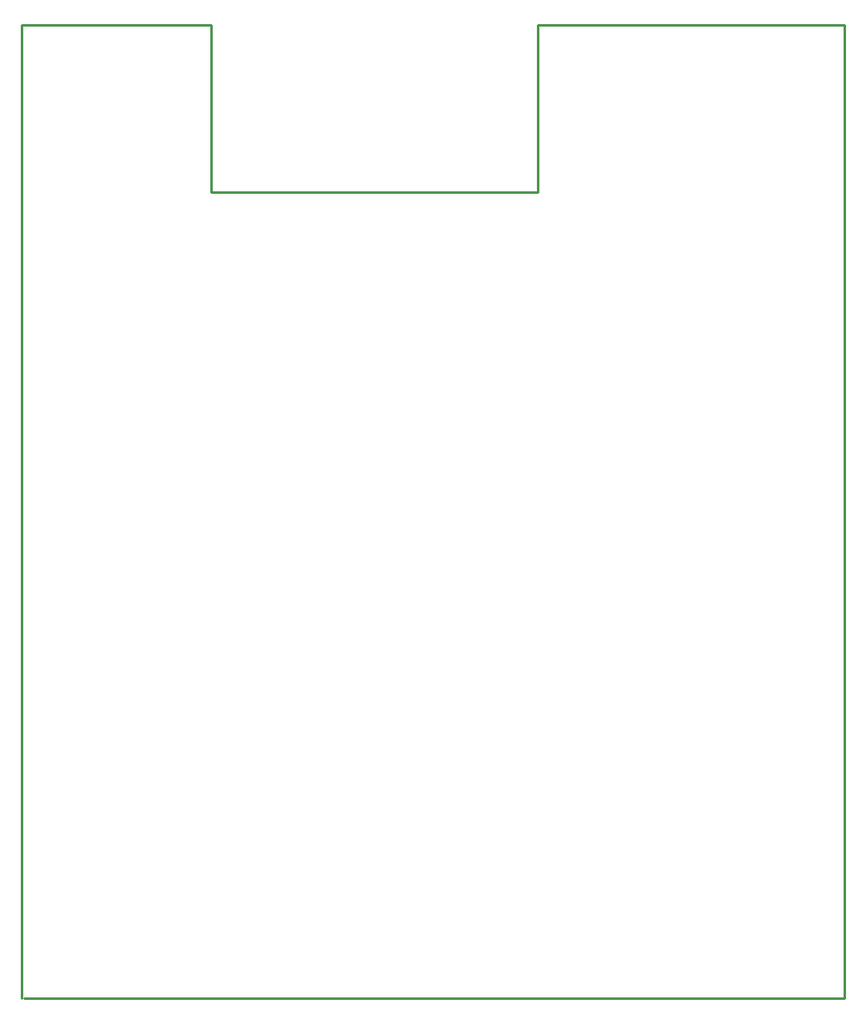
<source format=gbr>
G04 start of page 4 for group 2 idx 4 *
G04 Title: Motor Controller, outline *
G04 Creator: pcb 4.2.2 *
G04 CreationDate: Sun Nov 29 09:20:44 2020 UTC *
G04 For: kevin *
G04 Format: Gerber/RS-274X *
G04 PCB-Dimensions (mil): 3300.00 3900.00 *
G04 PCB-Coordinate-Origin: lower left *
%MOIN*%
%FSLAX25Y25*%
%LNOUTLINE*%
%ADD42C,0.0100*%
G54D42*X330000Y0D02*Y390000D01*
X207000Y323000D02*Y390000D01*
X0D02*X76000D01*
X207000D02*X330000D01*
X76000D02*Y323000D01*
X207000D01*
X0Y390000D02*Y0D01*
X330000D02*X1000D01*
M02*

</source>
